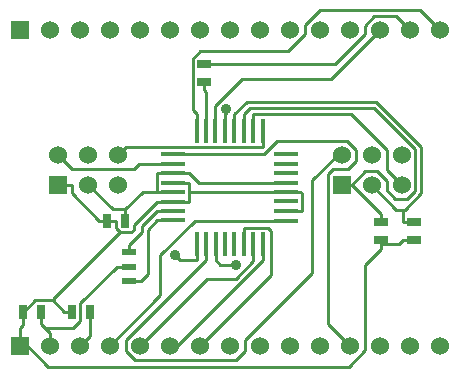
<source format=gtl>
G04 (created by PCBNEW (2013-mar-13)-testing) date Mon 26 Aug 2013 07:22:46 AM PDT*
%MOIN*%
G04 Gerber Fmt 3.4, Leading zero omitted, Abs format*
%FSLAX34Y34*%
G01*
G70*
G90*
G04 APERTURE LIST*
%ADD10C,0.005906*%
%ADD11R,0.060000X0.060000*%
%ADD12C,0.060000*%
%ADD13R,0.025000X0.045000*%
%ADD14R,0.045000X0.025000*%
%ADD15R,0.078700X0.017700*%
%ADD16R,0.017700X0.078700*%
%ADD17R,0.051200X0.019700*%
%ADD18C,0.035000*%
%ADD19C,0.010000*%
G04 APERTURE END LIST*
G54D10*
G54D11*
X20559Y-33425D03*
G54D12*
X21559Y-33425D03*
X22559Y-33425D03*
X23559Y-33425D03*
X24559Y-33425D03*
X25559Y-33425D03*
X26559Y-33425D03*
X27559Y-33425D03*
X28559Y-33425D03*
X29559Y-33425D03*
X30559Y-33425D03*
X31559Y-33425D03*
X32559Y-33425D03*
X33559Y-33425D03*
X34559Y-33425D03*
G54D11*
X20559Y-22893D03*
G54D12*
X21559Y-22893D03*
X22559Y-22893D03*
X23559Y-22893D03*
X24559Y-22893D03*
X25559Y-22893D03*
X26559Y-22893D03*
X27559Y-22893D03*
X28559Y-22893D03*
X29559Y-22893D03*
X30559Y-22893D03*
X31559Y-22893D03*
X32559Y-22893D03*
X33559Y-22893D03*
X34559Y-22893D03*
G54D13*
X20644Y-32283D03*
X21244Y-32283D03*
X23470Y-29250D03*
X24070Y-29250D03*
G54D14*
X26692Y-24030D03*
X26692Y-24630D03*
G54D15*
X25663Y-29242D03*
X25663Y-28927D03*
X25663Y-28612D03*
X25663Y-28297D03*
X25663Y-27982D03*
X25663Y-27667D03*
X25663Y-27352D03*
X25663Y-27037D03*
X29429Y-27039D03*
X29429Y-29249D03*
X29429Y-28929D03*
X29429Y-28609D03*
X29429Y-28299D03*
X29429Y-27979D03*
X29429Y-27669D03*
X29429Y-27349D03*
G54D16*
X26447Y-26249D03*
X26761Y-26249D03*
X27077Y-26249D03*
X27391Y-26249D03*
X27707Y-26249D03*
X28021Y-26249D03*
X28337Y-26249D03*
X28651Y-26249D03*
X26449Y-30029D03*
X26759Y-30029D03*
X27079Y-30029D03*
X27389Y-30029D03*
X27699Y-30029D03*
X28019Y-30029D03*
X28339Y-30029D03*
X28659Y-30029D03*
G54D13*
X22898Y-32283D03*
X22298Y-32283D03*
G54D14*
X32598Y-29906D03*
X32598Y-29306D03*
X33700Y-29906D03*
X33700Y-29306D03*
G54D17*
X24200Y-30780D03*
X24200Y-31252D03*
X24200Y-30308D03*
G54D11*
X21834Y-28059D03*
G54D12*
X21834Y-27059D03*
X22834Y-28059D03*
X22834Y-27059D03*
X23834Y-28059D03*
X23834Y-27059D03*
G54D11*
X31283Y-28059D03*
G54D12*
X31283Y-27059D03*
X32283Y-28059D03*
X32283Y-27059D03*
X33283Y-28059D03*
X33283Y-27059D03*
G54D18*
X25720Y-30384D03*
X27757Y-30714D03*
X27412Y-25538D03*
G54D19*
X25663Y-28612D02*
X26206Y-28612D01*
X25663Y-28612D02*
X25119Y-28612D01*
X25663Y-27982D02*
X26206Y-27982D01*
X20644Y-32509D02*
X20644Y-32283D01*
X22298Y-32283D02*
X22023Y-32283D01*
X21051Y-31908D02*
X21648Y-31908D01*
X20644Y-32314D02*
X21051Y-31908D01*
X20644Y-32509D02*
X20644Y-32314D01*
X21648Y-31908D02*
X22023Y-32283D01*
X22284Y-28339D02*
X22284Y-28059D01*
X23194Y-29250D02*
X22284Y-28339D01*
X21834Y-28059D02*
X22284Y-28059D01*
X23470Y-29250D02*
X23194Y-29250D01*
X21648Y-31867D02*
X21648Y-31908D01*
X23885Y-29630D02*
X21648Y-31867D01*
X24274Y-29630D02*
X23885Y-29630D01*
X24345Y-29559D02*
X24274Y-29630D01*
X24345Y-29386D02*
X24345Y-29559D01*
X25119Y-28612D02*
X24345Y-29386D01*
X23745Y-29490D02*
X23745Y-29250D01*
X23885Y-29630D02*
X23745Y-29490D01*
X23470Y-29250D02*
X23745Y-29250D01*
X29429Y-28299D02*
X28885Y-28299D01*
X26206Y-28299D02*
X28885Y-28299D01*
X26206Y-28612D02*
X26206Y-28299D01*
X26206Y-28299D02*
X26206Y-27982D01*
X29429Y-28299D02*
X29922Y-28299D01*
X29972Y-28349D02*
X29972Y-28929D01*
X29922Y-28299D02*
X29972Y-28349D01*
X29429Y-28929D02*
X29972Y-28929D01*
X20559Y-33425D02*
X20559Y-33172D01*
X20644Y-32735D02*
X20644Y-32509D01*
X20559Y-32820D02*
X20644Y-32735D01*
X20559Y-33172D02*
X20559Y-32820D01*
X32059Y-30720D02*
X32598Y-30181D01*
X32059Y-33576D02*
X32059Y-30720D01*
X31524Y-34111D02*
X32059Y-33576D01*
X21497Y-34111D02*
X31524Y-34111D01*
X20559Y-33172D02*
X21497Y-34111D01*
X32598Y-29906D02*
X32598Y-30043D01*
X32598Y-30043D02*
X32598Y-30181D01*
X33188Y-30043D02*
X33325Y-29906D01*
X32598Y-30043D02*
X33188Y-30043D01*
X33700Y-29906D02*
X33325Y-29906D01*
X28914Y-31070D02*
X26559Y-33425D01*
X28914Y-29589D02*
X28914Y-31070D01*
X28811Y-29485D02*
X28914Y-29589D01*
X28019Y-29485D02*
X28811Y-29485D01*
X28019Y-30029D02*
X28019Y-29485D01*
X30827Y-32693D02*
X31559Y-33425D01*
X30827Y-27692D02*
X30827Y-32693D01*
X30990Y-27528D02*
X30827Y-27692D01*
X31486Y-27528D02*
X30990Y-27528D01*
X31748Y-27265D02*
X31486Y-27528D01*
X31748Y-26886D02*
X31748Y-27265D01*
X31468Y-26606D02*
X31748Y-26886D01*
X29120Y-26606D02*
X31468Y-26606D01*
X28689Y-27037D02*
X29120Y-26606D01*
X25663Y-27037D02*
X28689Y-27037D01*
X33906Y-22240D02*
X34559Y-22893D01*
X30561Y-22240D02*
X33906Y-22240D01*
X30059Y-22743D02*
X30561Y-22240D01*
X30059Y-23043D02*
X30059Y-22743D01*
X29494Y-23608D02*
X30059Y-23043D01*
X26552Y-23608D02*
X29494Y-23608D01*
X26311Y-23849D02*
X26552Y-23608D01*
X26311Y-25570D02*
X26311Y-23849D01*
X26447Y-25705D02*
X26311Y-25570D01*
X26447Y-26249D02*
X26447Y-25705D01*
X28659Y-30029D02*
X28659Y-30573D01*
X25807Y-33425D02*
X25559Y-33425D01*
X28659Y-30573D02*
X25807Y-33425D01*
X28339Y-30029D02*
X28339Y-30573D01*
X26803Y-31180D02*
X24559Y-33425D01*
X27766Y-31180D02*
X26803Y-31180D01*
X28339Y-30608D02*
X27766Y-31180D01*
X28339Y-30573D02*
X28339Y-30608D01*
X24100Y-26793D02*
X28651Y-26793D01*
X23834Y-27059D02*
X24100Y-26793D01*
X28651Y-26249D02*
X28651Y-26793D01*
X31579Y-25705D02*
X28337Y-25705D01*
X32783Y-26910D02*
X31579Y-25705D01*
X32783Y-27559D02*
X32783Y-26910D01*
X33283Y-28059D02*
X32783Y-27559D01*
X28337Y-26249D02*
X28337Y-25705D01*
X24525Y-27352D02*
X25663Y-27352D01*
X24350Y-27527D02*
X24525Y-27352D01*
X22303Y-27527D02*
X24350Y-27527D01*
X21834Y-27059D02*
X22303Y-27527D01*
X25908Y-30573D02*
X26449Y-30573D01*
X25720Y-30384D02*
X25908Y-30573D01*
X26449Y-30029D02*
X26449Y-30573D01*
X24092Y-33239D02*
X26759Y-30573D01*
X24092Y-33597D02*
X24092Y-33239D01*
X24381Y-33885D02*
X24092Y-33597D01*
X27764Y-33885D02*
X24381Y-33885D01*
X28059Y-33590D02*
X27764Y-33885D01*
X28059Y-33225D02*
X28059Y-33590D01*
X30299Y-30984D02*
X28059Y-33225D01*
X30299Y-27909D02*
X30299Y-30984D01*
X31150Y-27059D02*
X30299Y-27909D01*
X31283Y-27059D02*
X31150Y-27059D01*
X26759Y-30029D02*
X26759Y-30573D01*
X27079Y-30029D02*
X27079Y-30573D01*
X27219Y-30714D02*
X27757Y-30714D01*
X27079Y-30573D02*
X27219Y-30714D01*
X22898Y-33085D02*
X22559Y-33425D01*
X22898Y-32283D02*
X22898Y-33085D01*
X27412Y-25684D02*
X27391Y-25705D01*
X27412Y-25538D02*
X27412Y-25684D01*
X27391Y-26249D02*
X27391Y-25705D01*
X27077Y-26249D02*
X27077Y-25705D01*
X27077Y-25414D02*
X27077Y-25705D01*
X27962Y-24529D02*
X27077Y-25414D01*
X30923Y-24529D02*
X27962Y-24529D01*
X32559Y-22893D02*
X30923Y-24529D01*
X25242Y-31741D02*
X23559Y-33425D01*
X25242Y-30402D02*
X25242Y-31741D01*
X26395Y-29249D02*
X25242Y-30402D01*
X29429Y-29249D02*
X26395Y-29249D01*
X33700Y-29306D02*
X33325Y-29306D01*
X27707Y-26249D02*
X27707Y-25705D01*
X33325Y-28878D02*
X33325Y-29306D01*
X33103Y-28878D02*
X33325Y-28878D01*
X32283Y-28059D02*
X33103Y-28878D01*
X28134Y-25278D02*
X27707Y-25705D01*
X32433Y-25278D02*
X28134Y-25278D01*
X33934Y-26779D02*
X32433Y-25278D01*
X33934Y-28330D02*
X33934Y-26779D01*
X33386Y-28878D02*
X33934Y-28330D01*
X33325Y-28878D02*
X33386Y-28878D01*
X31283Y-28059D02*
X31508Y-28059D01*
X28021Y-26249D02*
X28021Y-25705D01*
X32598Y-29306D02*
X32598Y-29031D01*
X32076Y-27602D02*
X31622Y-28055D01*
X32467Y-27602D02*
X32076Y-27602D01*
X32783Y-27918D02*
X32467Y-27602D01*
X32783Y-28229D02*
X32783Y-27918D01*
X33066Y-28512D02*
X32783Y-28229D01*
X33469Y-28512D02*
X33066Y-28512D01*
X33734Y-28247D02*
X33469Y-28512D01*
X33734Y-26862D02*
X33734Y-28247D01*
X32364Y-25492D02*
X33734Y-26862D01*
X28234Y-25492D02*
X32364Y-25492D01*
X28021Y-25705D02*
X28234Y-25492D01*
X31622Y-28055D02*
X31622Y-28055D01*
X31511Y-28055D02*
X31622Y-28055D01*
X31508Y-28059D02*
X31511Y-28055D01*
X31622Y-28055D02*
X32598Y-29031D01*
X33106Y-22441D02*
X33559Y-22893D01*
X32366Y-22441D02*
X33106Y-22441D01*
X32059Y-22748D02*
X32366Y-22441D01*
X32059Y-23034D02*
X32059Y-22748D01*
X31062Y-24030D02*
X32059Y-23034D01*
X26692Y-24030D02*
X31062Y-24030D01*
X25663Y-28927D02*
X25119Y-28927D01*
X24616Y-29430D02*
X25119Y-28927D01*
X24616Y-29642D02*
X24616Y-29430D01*
X24200Y-30059D02*
X24616Y-29642D01*
X24200Y-30307D02*
X24200Y-30059D01*
X24200Y-31252D02*
X24606Y-31252D01*
X25663Y-29242D02*
X25119Y-29242D01*
X24816Y-29545D02*
X25119Y-29242D01*
X24816Y-31041D02*
X24816Y-29545D01*
X24606Y-31252D02*
X24816Y-31041D01*
X29429Y-27979D02*
X28885Y-27979D01*
X21244Y-32684D02*
X21401Y-32841D01*
X21244Y-32283D02*
X21244Y-32684D01*
X21559Y-32999D02*
X21559Y-33425D01*
X21401Y-32841D02*
X21559Y-32999D01*
X22573Y-32000D02*
X23793Y-30780D01*
X22573Y-32581D02*
X22573Y-32000D01*
X22313Y-32841D02*
X22573Y-32581D01*
X21401Y-32841D02*
X22313Y-32841D01*
X24200Y-30780D02*
X23793Y-30780D01*
X26518Y-27979D02*
X26206Y-27667D01*
X28885Y-27979D02*
X26518Y-27979D01*
X23650Y-28874D02*
X24070Y-28874D01*
X22834Y-28059D02*
X23650Y-28874D01*
X24070Y-29250D02*
X24070Y-28874D01*
X25848Y-27667D02*
X26206Y-27667D01*
X25848Y-27667D02*
X25663Y-27667D01*
X25119Y-27667D02*
X25119Y-28297D01*
X25663Y-27667D02*
X25119Y-27667D01*
X25663Y-28297D02*
X25169Y-28297D01*
X25169Y-28297D02*
X25119Y-28297D01*
X24647Y-28297D02*
X24070Y-28874D01*
X25119Y-28297D02*
X24647Y-28297D01*
X26761Y-24973D02*
X26692Y-24905D01*
X26761Y-26249D02*
X26761Y-24973D01*
X26692Y-24630D02*
X26692Y-24905D01*
M02*

</source>
